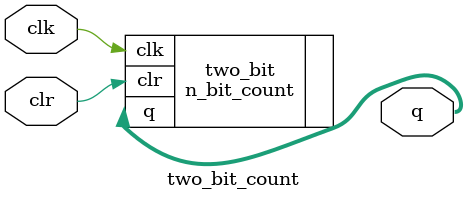
<source format=v>
`timescale 1ns / 1ns
module two_bit_count(input clk,
                     input clr,
                     output [1:0] q);
    n_bit_count #(.N(2)) two_bit(.clk(clk),.clr(clr), .q(q));
endmodule

</source>
